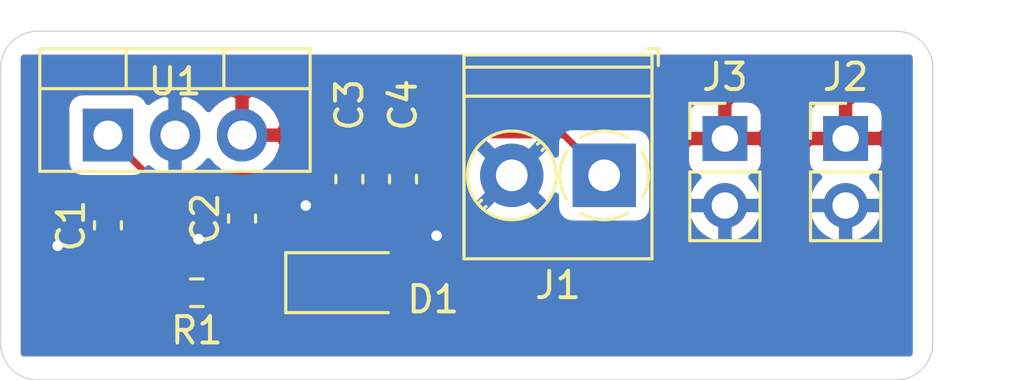
<source format=kicad_pcb>
(kicad_pcb (version 20171130) (host pcbnew "(5.1.8)-1")

  (general
    (thickness 1.6)
    (drawings 8)
    (tracks 24)
    (zones 0)
    (modules 10)
    (nets 5)
  )

  (page A4)
  (layers
    (0 F.Cu signal)
    (31 B.Cu signal)
    (32 B.Adhes user)
    (33 F.Adhes user)
    (34 B.Paste user)
    (35 F.Paste user)
    (36 B.SilkS user)
    (37 F.SilkS user)
    (38 B.Mask user)
    (39 F.Mask user)
    (40 Dwgs.User user)
    (41 Cmts.User user)
    (42 Eco1.User user)
    (43 Eco2.User user)
    (44 Edge.Cuts user)
    (45 Margin user)
    (46 B.CrtYd user)
    (47 F.CrtYd user)
    (48 B.Fab user)
    (49 F.Fab user)
  )

  (setup
    (last_trace_width 0.2)
    (user_trace_width 0.4)
    (trace_clearance 0.2)
    (zone_clearance 0.508)
    (zone_45_only no)
    (trace_min 0.2)
    (via_size 0.8)
    (via_drill 0.4)
    (via_min_size 0.45)
    (via_min_drill 0.2)
    (user_via 0.5 0.25)
    (uvia_size 0.3)
    (uvia_drill 0.1)
    (uvias_allowed no)
    (uvia_min_size 0.2)
    (uvia_min_drill 0.1)
    (edge_width 0.05)
    (segment_width 0.2)
    (pcb_text_width 0.3)
    (pcb_text_size 1.5 1.5)
    (mod_edge_width 0.12)
    (mod_text_size 1 1)
    (mod_text_width 0.15)
    (pad_size 1.524 1.524)
    (pad_drill 0.762)
    (pad_to_mask_clearance 0.05)
    (aux_axis_origin 0 0)
    (visible_elements 7FFFFFFF)
    (pcbplotparams
      (layerselection 0x010fc_ffffffff)
      (usegerberextensions false)
      (usegerberattributes true)
      (usegerberadvancedattributes true)
      (creategerberjobfile true)
      (excludeedgelayer true)
      (linewidth 0.100000)
      (plotframeref false)
      (viasonmask false)
      (mode 1)
      (useauxorigin false)
      (hpglpennumber 1)
      (hpglpenspeed 20)
      (hpglpendiameter 15.000000)
      (psnegative false)
      (psa4output false)
      (plotreference true)
      (plotvalue true)
      (plotinvisibletext false)
      (padsonsilk false)
      (subtractmaskfromsilk false)
      (outputformat 1)
      (mirror false)
      (drillshape 1)
      (scaleselection 1)
      (outputdirectory ""))
  )

  (net 0 "")
  (net 1 +12V)
  (net 2 GND)
  (net 3 +5V)
  (net 4 "Net-(D1-Pad1)")

  (net_class Default "This is the default net class."
    (clearance 0.2)
    (trace_width 0.2)
    (via_dia 0.8)
    (via_drill 0.4)
    (uvia_dia 0.3)
    (uvia_drill 0.1)
    (add_net +12V)
    (add_net +5V)
    (add_net GND)
    (add_net "Net-(D1-Pad1)")
  )

  (module Capacitor_SMD:C_0603_1608Metric (layer F.Cu) (tedit 5F68FEEE) (tstamp 60077408)
    (at 156.972 115.049 270)
    (descr "Capacitor SMD 0603 (1608 Metric), square (rectangular) end terminal, IPC_7351 nominal, (Body size source: IPC-SM-782 page 76, https://www.pcb-3d.com/wordpress/wp-content/uploads/ipc-sm-782a_amendment_1_and_2.pdf), generated with kicad-footprint-generator")
    (tags capacitor)
    (path /5FA4C83C)
    (attr smd)
    (fp_text reference C1 (at 0.013 1.397 90) (layer F.SilkS)
      (effects (font (size 1 1) (thickness 0.15)))
    )
    (fp_text value 0.33u (at 0 1.43 90) (layer F.Fab)
      (effects (font (size 1 1) (thickness 0.15)))
    )
    (fp_line (start -0.8 0.4) (end -0.8 -0.4) (layer F.Fab) (width 0.1))
    (fp_line (start -0.8 -0.4) (end 0.8 -0.4) (layer F.Fab) (width 0.1))
    (fp_line (start 0.8 -0.4) (end 0.8 0.4) (layer F.Fab) (width 0.1))
    (fp_line (start 0.8 0.4) (end -0.8 0.4) (layer F.Fab) (width 0.1))
    (fp_line (start -0.14058 -0.51) (end 0.14058 -0.51) (layer F.SilkS) (width 0.12))
    (fp_line (start -0.14058 0.51) (end 0.14058 0.51) (layer F.SilkS) (width 0.12))
    (fp_line (start -1.48 0.73) (end -1.48 -0.73) (layer F.CrtYd) (width 0.05))
    (fp_line (start -1.48 -0.73) (end 1.48 -0.73) (layer F.CrtYd) (width 0.05))
    (fp_line (start 1.48 -0.73) (end 1.48 0.73) (layer F.CrtYd) (width 0.05))
    (fp_line (start 1.48 0.73) (end -1.48 0.73) (layer F.CrtYd) (width 0.05))
    (fp_text user %R (at 0 0 90) (layer F.Fab)
      (effects (font (size 0.4 0.4) (thickness 0.06)))
    )
    (pad 1 smd roundrect (at -0.775 0 270) (size 0.9 0.95) (layers F.Cu F.Paste F.Mask) (roundrect_rratio 0.25)
      (net 1 +12V))
    (pad 2 smd roundrect (at 0.775 0 270) (size 0.9 0.95) (layers F.Cu F.Paste F.Mask) (roundrect_rratio 0.25)
      (net 2 GND))
    (model ${KISYS3DMOD}/Capacitor_SMD.3dshapes/C_0603_1608Metric.wrl
      (at (xyz 0 0 0))
      (scale (xyz 1 1 1))
      (rotate (xyz 0 0 0))
    )
  )

  (module Capacitor_SMD:C_0603_1608Metric (layer F.Cu) (tedit 5F68FEEE) (tstamp 60077419)
    (at 162.052 114.795 270)
    (descr "Capacitor SMD 0603 (1608 Metric), square (rectangular) end terminal, IPC_7351 nominal, (Body size source: IPC-SM-782 page 76, https://www.pcb-3d.com/wordpress/wp-content/uploads/ipc-sm-782a_amendment_1_and_2.pdf), generated with kicad-footprint-generator")
    (tags capacitor)
    (path /5FA4CCCF)
    (attr smd)
    (fp_text reference C2 (at 0 1.397 90) (layer F.SilkS)
      (effects (font (size 1 1) (thickness 0.15)))
    )
    (fp_text value 0.1u (at 0 1.43 90) (layer F.Fab)
      (effects (font (size 1 1) (thickness 0.15)))
    )
    (fp_line (start 1.48 0.73) (end -1.48 0.73) (layer F.CrtYd) (width 0.05))
    (fp_line (start 1.48 -0.73) (end 1.48 0.73) (layer F.CrtYd) (width 0.05))
    (fp_line (start -1.48 -0.73) (end 1.48 -0.73) (layer F.CrtYd) (width 0.05))
    (fp_line (start -1.48 0.73) (end -1.48 -0.73) (layer F.CrtYd) (width 0.05))
    (fp_line (start -0.14058 0.51) (end 0.14058 0.51) (layer F.SilkS) (width 0.12))
    (fp_line (start -0.14058 -0.51) (end 0.14058 -0.51) (layer F.SilkS) (width 0.12))
    (fp_line (start 0.8 0.4) (end -0.8 0.4) (layer F.Fab) (width 0.1))
    (fp_line (start 0.8 -0.4) (end 0.8 0.4) (layer F.Fab) (width 0.1))
    (fp_line (start -0.8 -0.4) (end 0.8 -0.4) (layer F.Fab) (width 0.1))
    (fp_line (start -0.8 0.4) (end -0.8 -0.4) (layer F.Fab) (width 0.1))
    (fp_text user %R (at 0 0 90) (layer F.Fab)
      (effects (font (size 0.4 0.4) (thickness 0.06)))
    )
    (pad 2 smd roundrect (at 0.775 0 270) (size 0.9 0.95) (layers F.Cu F.Paste F.Mask) (roundrect_rratio 0.25)
      (net 2 GND))
    (pad 1 smd roundrect (at -0.775 0 270) (size 0.9 0.95) (layers F.Cu F.Paste F.Mask) (roundrect_rratio 0.25)
      (net 3 +5V))
    (model ${KISYS3DMOD}/Capacitor_SMD.3dshapes/C_0603_1608Metric.wrl
      (at (xyz 0 0 0))
      (scale (xyz 1 1 1))
      (rotate (xyz 0 0 0))
    )
  )

  (module Capacitor_SMD:C_0603_1608Metric (layer F.Cu) (tedit 5F68FEEE) (tstamp 6007742A)
    (at 166.116 113.297 90)
    (descr "Capacitor SMD 0603 (1608 Metric), square (rectangular) end terminal, IPC_7351 nominal, (Body size source: IPC-SM-782 page 76, https://www.pcb-3d.com/wordpress/wp-content/uploads/ipc-sm-782a_amendment_1_and_2.pdf), generated with kicad-footprint-generator")
    (tags capacitor)
    (path /5FA67BE7)
    (attr smd)
    (fp_text reference C3 (at 2.807 0 90) (layer F.SilkS)
      (effects (font (size 1 1) (thickness 0.15)))
    )
    (fp_text value 0.1u (at 0 1.43 90) (layer F.Fab)
      (effects (font (size 1 1) (thickness 0.15)))
    )
    (fp_line (start -0.8 0.4) (end -0.8 -0.4) (layer F.Fab) (width 0.1))
    (fp_line (start -0.8 -0.4) (end 0.8 -0.4) (layer F.Fab) (width 0.1))
    (fp_line (start 0.8 -0.4) (end 0.8 0.4) (layer F.Fab) (width 0.1))
    (fp_line (start 0.8 0.4) (end -0.8 0.4) (layer F.Fab) (width 0.1))
    (fp_line (start -0.14058 -0.51) (end 0.14058 -0.51) (layer F.SilkS) (width 0.12))
    (fp_line (start -0.14058 0.51) (end 0.14058 0.51) (layer F.SilkS) (width 0.12))
    (fp_line (start -1.48 0.73) (end -1.48 -0.73) (layer F.CrtYd) (width 0.05))
    (fp_line (start -1.48 -0.73) (end 1.48 -0.73) (layer F.CrtYd) (width 0.05))
    (fp_line (start 1.48 -0.73) (end 1.48 0.73) (layer F.CrtYd) (width 0.05))
    (fp_line (start 1.48 0.73) (end -1.48 0.73) (layer F.CrtYd) (width 0.05))
    (fp_text user %R (at 0 0 90) (layer F.Fab)
      (effects (font (size 0.4 0.4) (thickness 0.06)))
    )
    (pad 1 smd roundrect (at -0.775 0 90) (size 0.9 0.95) (layers F.Cu F.Paste F.Mask) (roundrect_rratio 0.25)
      (net 3 +5V))
    (pad 2 smd roundrect (at 0.775 0 90) (size 0.9 0.95) (layers F.Cu F.Paste F.Mask) (roundrect_rratio 0.25)
      (net 2 GND))
    (model ${KISYS3DMOD}/Capacitor_SMD.3dshapes/C_0603_1608Metric.wrl
      (at (xyz 0 0 0))
      (scale (xyz 1 1 1))
      (rotate (xyz 0 0 0))
    )
  )

  (module Capacitor_SMD:C_0603_1608Metric (layer F.Cu) (tedit 5F68FEEE) (tstamp 6007743B)
    (at 168.148 113.297 90)
    (descr "Capacitor SMD 0603 (1608 Metric), square (rectangular) end terminal, IPC_7351 nominal, (Body size source: IPC-SM-782 page 76, https://www.pcb-3d.com/wordpress/wp-content/uploads/ipc-sm-782a_amendment_1_and_2.pdf), generated with kicad-footprint-generator")
    (tags capacitor)
    (path /5FA66D53)
    (attr smd)
    (fp_text reference C4 (at 2.807 0 90) (layer F.SilkS)
      (effects (font (size 1 1) (thickness 0.15)))
    )
    (fp_text value 0.1u (at 0 1.43 90) (layer F.Fab)
      (effects (font (size 1 1) (thickness 0.15)))
    )
    (fp_line (start 1.48 0.73) (end -1.48 0.73) (layer F.CrtYd) (width 0.05))
    (fp_line (start 1.48 -0.73) (end 1.48 0.73) (layer F.CrtYd) (width 0.05))
    (fp_line (start -1.48 -0.73) (end 1.48 -0.73) (layer F.CrtYd) (width 0.05))
    (fp_line (start -1.48 0.73) (end -1.48 -0.73) (layer F.CrtYd) (width 0.05))
    (fp_line (start -0.14058 0.51) (end 0.14058 0.51) (layer F.SilkS) (width 0.12))
    (fp_line (start -0.14058 -0.51) (end 0.14058 -0.51) (layer F.SilkS) (width 0.12))
    (fp_line (start 0.8 0.4) (end -0.8 0.4) (layer F.Fab) (width 0.1))
    (fp_line (start 0.8 -0.4) (end 0.8 0.4) (layer F.Fab) (width 0.1))
    (fp_line (start -0.8 -0.4) (end 0.8 -0.4) (layer F.Fab) (width 0.1))
    (fp_line (start -0.8 0.4) (end -0.8 -0.4) (layer F.Fab) (width 0.1))
    (fp_text user %R (at 0 0 90) (layer F.Fab)
      (effects (font (size 0.4 0.4) (thickness 0.06)))
    )
    (pad 2 smd roundrect (at 0.775 0 90) (size 0.9 0.95) (layers F.Cu F.Paste F.Mask) (roundrect_rratio 0.25)
      (net 2 GND))
    (pad 1 smd roundrect (at -0.775 0 90) (size 0.9 0.95) (layers F.Cu F.Paste F.Mask) (roundrect_rratio 0.25)
      (net 3 +5V))
    (model ${KISYS3DMOD}/Capacitor_SMD.3dshapes/C_0603_1608Metric.wrl
      (at (xyz 0 0 0))
      (scale (xyz 1 1 1))
      (rotate (xyz 0 0 0))
    )
  )

  (module LED_SMD:LED_1206_3216Metric (layer F.Cu) (tedit 5F68FEF1) (tstamp 6007744E)
    (at 165.992 117.221)
    (descr "LED SMD 1206 (3216 Metric), square (rectangular) end terminal, IPC_7351 nominal, (Body size source: http://www.tortai-tech.com/upload/download/2011102023233369053.pdf), generated with kicad-footprint-generator")
    (tags LED)
    (path /5FA9791C)
    (attr smd)
    (fp_text reference D1 (at 3.299 0.635) (layer F.SilkS)
      (effects (font (size 1 1) (thickness 0.15)))
    )
    (fp_text value LED (at 0 1.82) (layer F.Fab)
      (effects (font (size 1 1) (thickness 0.15)))
    )
    (fp_line (start 1.6 -0.8) (end -1.2 -0.8) (layer F.Fab) (width 0.1))
    (fp_line (start -1.2 -0.8) (end -1.6 -0.4) (layer F.Fab) (width 0.1))
    (fp_line (start -1.6 -0.4) (end -1.6 0.8) (layer F.Fab) (width 0.1))
    (fp_line (start -1.6 0.8) (end 1.6 0.8) (layer F.Fab) (width 0.1))
    (fp_line (start 1.6 0.8) (end 1.6 -0.8) (layer F.Fab) (width 0.1))
    (fp_line (start 1.6 -1.135) (end -2.285 -1.135) (layer F.SilkS) (width 0.12))
    (fp_line (start -2.285 -1.135) (end -2.285 1.135) (layer F.SilkS) (width 0.12))
    (fp_line (start -2.285 1.135) (end 1.6 1.135) (layer F.SilkS) (width 0.12))
    (fp_line (start -2.28 1.12) (end -2.28 -1.12) (layer F.CrtYd) (width 0.05))
    (fp_line (start -2.28 -1.12) (end 2.28 -1.12) (layer F.CrtYd) (width 0.05))
    (fp_line (start 2.28 -1.12) (end 2.28 1.12) (layer F.CrtYd) (width 0.05))
    (fp_line (start 2.28 1.12) (end -2.28 1.12) (layer F.CrtYd) (width 0.05))
    (fp_text user %R (at 0 0) (layer F.Fab)
      (effects (font (size 0.8 0.8) (thickness 0.12)))
    )
    (pad 1 smd roundrect (at -1.4 0) (size 1.25 1.75) (layers F.Cu F.Paste F.Mask) (roundrect_rratio 0.2)
      (net 4 "Net-(D1-Pad1)"))
    (pad 2 smd roundrect (at 1.4 0) (size 1.25 1.75) (layers F.Cu F.Paste F.Mask) (roundrect_rratio 0.2)
      (net 3 +5V))
    (model ${KISYS3DMOD}/LED_SMD.3dshapes/LED_1206_3216Metric.wrl
      (at (xyz 0 0 0))
      (scale (xyz 1 1 1))
      (rotate (xyz 0 0 0))
    )
  )

  (module TerminalBlock_Phoenix:TerminalBlock_Phoenix_PT-1,5-2-3.5-H_1x02_P3.50mm_Horizontal (layer F.Cu) (tedit 5B294F3F) (tstamp 60077478)
    (at 175.768 113.157 180)
    (descr "Terminal Block Phoenix PT-1,5-2-3.5-H, 2 pins, pitch 3.5mm, size 7x7.6mm^2, drill diamater 1.2mm, pad diameter 2.4mm, see , script-generated using https://github.com/pointhi/kicad-footprint-generator/scripts/TerminalBlock_Phoenix")
    (tags "THT Terminal Block Phoenix PT-1,5-2-3.5-H pitch 3.5mm size 7x7.6mm^2 drill 1.2mm pad 2.4mm")
    (path /5FA59775)
    (fp_text reference J1 (at 1.75 -4.16) (layer F.SilkS)
      (effects (font (size 1 1) (thickness 0.15)))
    )
    (fp_text value Screw_Terminal_01x02 (at 1.75 5.56) (layer F.Fab)
      (effects (font (size 1 1) (thickness 0.15)))
    )
    (fp_circle (center 0 0) (end 1.5 0) (layer F.Fab) (width 0.1))
    (fp_circle (center 3.5 0) (end 5 0) (layer F.Fab) (width 0.1))
    (fp_circle (center 3.5 0) (end 5.18 0) (layer F.SilkS) (width 0.12))
    (fp_line (start -1.75 -3.1) (end 5.25 -3.1) (layer F.Fab) (width 0.1))
    (fp_line (start 5.25 -3.1) (end 5.25 4.5) (layer F.Fab) (width 0.1))
    (fp_line (start 5.25 4.5) (end -1.35 4.5) (layer F.Fab) (width 0.1))
    (fp_line (start -1.35 4.5) (end -1.75 4.1) (layer F.Fab) (width 0.1))
    (fp_line (start -1.75 4.1) (end -1.75 -3.1) (layer F.Fab) (width 0.1))
    (fp_line (start -1.75 4.1) (end 5.25 4.1) (layer F.Fab) (width 0.1))
    (fp_line (start -1.81 4.1) (end 5.31 4.1) (layer F.SilkS) (width 0.12))
    (fp_line (start -1.75 3) (end 5.25 3) (layer F.Fab) (width 0.1))
    (fp_line (start -1.81 3) (end 5.31 3) (layer F.SilkS) (width 0.12))
    (fp_line (start -1.81 -3.16) (end 5.31 -3.16) (layer F.SilkS) (width 0.12))
    (fp_line (start -1.81 4.56) (end 5.31 4.56) (layer F.SilkS) (width 0.12))
    (fp_line (start -1.81 -3.16) (end -1.81 4.56) (layer F.SilkS) (width 0.12))
    (fp_line (start 5.31 -3.16) (end 5.31 4.56) (layer F.SilkS) (width 0.12))
    (fp_line (start 1.138 -0.955) (end -0.955 1.138) (layer F.Fab) (width 0.1))
    (fp_line (start 0.955 -1.138) (end -1.138 0.955) (layer F.Fab) (width 0.1))
    (fp_line (start 4.638 -0.955) (end 2.546 1.138) (layer F.Fab) (width 0.1))
    (fp_line (start 4.455 -1.138) (end 2.363 0.955) (layer F.Fab) (width 0.1))
    (fp_line (start 4.775 -1.069) (end 4.646 -0.941) (layer F.SilkS) (width 0.12))
    (fp_line (start 2.525 1.181) (end 2.431 1.274) (layer F.SilkS) (width 0.12))
    (fp_line (start 4.57 -1.275) (end 4.476 -1.181) (layer F.SilkS) (width 0.12))
    (fp_line (start 2.355 0.941) (end 2.226 1.069) (layer F.SilkS) (width 0.12))
    (fp_line (start -2.05 4.16) (end -2.05 4.8) (layer F.SilkS) (width 0.12))
    (fp_line (start -2.05 4.8) (end -1.65 4.8) (layer F.SilkS) (width 0.12))
    (fp_line (start -2.25 -3.6) (end -2.25 5) (layer F.CrtYd) (width 0.05))
    (fp_line (start -2.25 5) (end 5.75 5) (layer F.CrtYd) (width 0.05))
    (fp_line (start 5.75 5) (end 5.75 -3.6) (layer F.CrtYd) (width 0.05))
    (fp_line (start 5.75 -3.6) (end -2.25 -3.6) (layer F.CrtYd) (width 0.05))
    (fp_arc (start 0 0) (end 0 1.68) (angle -32) (layer F.SilkS) (width 0.12))
    (fp_arc (start 0 0) (end 1.425 0.891) (angle -64) (layer F.SilkS) (width 0.12))
    (fp_arc (start 0 0) (end 0.866 -1.44) (angle -63) (layer F.SilkS) (width 0.12))
    (fp_arc (start 0 0) (end -1.44 -0.866) (angle -63) (layer F.SilkS) (width 0.12))
    (fp_arc (start 0 0) (end -0.866 1.44) (angle -32) (layer F.SilkS) (width 0.12))
    (fp_text user %R (at 1.75 2.4 270) (layer F.Fab)
      (effects (font (size 1 1) (thickness 0.15)))
    )
    (pad 1 thru_hole rect (at 0 0 180) (size 2.4 2.4) (drill 1.2) (layers *.Cu *.Mask)
      (net 1 +12V))
    (pad 2 thru_hole circle (at 3.5 0 180) (size 2.4 2.4) (drill 1.2) (layers *.Cu *.Mask)
      (net 2 GND))
    (model ${KISYS3DMOD}/TerminalBlock_Phoenix.3dshapes/TerminalBlock_Phoenix_PT-1,5-2-3.5-H_1x02_P3.50mm_Horizontal.wrl
      (at (xyz 0 0 0))
      (scale (xyz 1 1 1))
      (rotate (xyz 0 0 0))
    )
  )

  (module Connector_PinHeader_2.54mm:PinHeader_1x02_P2.54mm_Vertical (layer F.Cu) (tedit 59FED5CC) (tstamp 6007748E)
    (at 184.912 111.76)
    (descr "Through hole straight pin header, 1x02, 2.54mm pitch, single row")
    (tags "Through hole pin header THT 1x02 2.54mm single row")
    (path /6003B2B1)
    (fp_text reference J2 (at 0 -2.33) (layer F.SilkS)
      (effects (font (size 1 1) (thickness 0.15)))
    )
    (fp_text value Conn_01x02_Male (at 0 4.87) (layer F.Fab)
      (effects (font (size 1 1) (thickness 0.15)))
    )
    (fp_line (start -0.635 -1.27) (end 1.27 -1.27) (layer F.Fab) (width 0.1))
    (fp_line (start 1.27 -1.27) (end 1.27 3.81) (layer F.Fab) (width 0.1))
    (fp_line (start 1.27 3.81) (end -1.27 3.81) (layer F.Fab) (width 0.1))
    (fp_line (start -1.27 3.81) (end -1.27 -0.635) (layer F.Fab) (width 0.1))
    (fp_line (start -1.27 -0.635) (end -0.635 -1.27) (layer F.Fab) (width 0.1))
    (fp_line (start -1.33 3.87) (end 1.33 3.87) (layer F.SilkS) (width 0.12))
    (fp_line (start -1.33 1.27) (end -1.33 3.87) (layer F.SilkS) (width 0.12))
    (fp_line (start 1.33 1.27) (end 1.33 3.87) (layer F.SilkS) (width 0.12))
    (fp_line (start -1.33 1.27) (end 1.33 1.27) (layer F.SilkS) (width 0.12))
    (fp_line (start -1.33 0) (end -1.33 -1.33) (layer F.SilkS) (width 0.12))
    (fp_line (start -1.33 -1.33) (end 0 -1.33) (layer F.SilkS) (width 0.12))
    (fp_line (start -1.8 -1.8) (end -1.8 4.35) (layer F.CrtYd) (width 0.05))
    (fp_line (start -1.8 4.35) (end 1.8 4.35) (layer F.CrtYd) (width 0.05))
    (fp_line (start 1.8 4.35) (end 1.8 -1.8) (layer F.CrtYd) (width 0.05))
    (fp_line (start 1.8 -1.8) (end -1.8 -1.8) (layer F.CrtYd) (width 0.05))
    (fp_text user %R (at 0 1.27 90) (layer F.Fab)
      (effects (font (size 1 1) (thickness 0.15)))
    )
    (pad 1 thru_hole rect (at 0 0) (size 1.7 1.7) (drill 1) (layers *.Cu *.Mask)
      (net 3 +5V))
    (pad 2 thru_hole oval (at 0 2.54) (size 1.7 1.7) (drill 1) (layers *.Cu *.Mask)
      (net 2 GND))
    (model ${KISYS3DMOD}/Connector_PinHeader_2.54mm.3dshapes/PinHeader_1x02_P2.54mm_Vertical.wrl
      (at (xyz 0 0 0))
      (scale (xyz 1 1 1))
      (rotate (xyz 0 0 0))
    )
  )

  (module Connector_PinHeader_2.54mm:PinHeader_1x02_P2.54mm_Vertical (layer F.Cu) (tedit 59FED5CC) (tstamp 600774A4)
    (at 180.34 111.76)
    (descr "Through hole straight pin header, 1x02, 2.54mm pitch, single row")
    (tags "Through hole pin header THT 1x02 2.54mm single row")
    (path /6009DAE9)
    (fp_text reference J3 (at 0 -2.33) (layer F.SilkS)
      (effects (font (size 1 1) (thickness 0.15)))
    )
    (fp_text value Conn_01x02_Male (at 0 4.87) (layer F.Fab)
      (effects (font (size 1 1) (thickness 0.15)))
    )
    (fp_line (start 1.8 -1.8) (end -1.8 -1.8) (layer F.CrtYd) (width 0.05))
    (fp_line (start 1.8 4.35) (end 1.8 -1.8) (layer F.CrtYd) (width 0.05))
    (fp_line (start -1.8 4.35) (end 1.8 4.35) (layer F.CrtYd) (width 0.05))
    (fp_line (start -1.8 -1.8) (end -1.8 4.35) (layer F.CrtYd) (width 0.05))
    (fp_line (start -1.33 -1.33) (end 0 -1.33) (layer F.SilkS) (width 0.12))
    (fp_line (start -1.33 0) (end -1.33 -1.33) (layer F.SilkS) (width 0.12))
    (fp_line (start -1.33 1.27) (end 1.33 1.27) (layer F.SilkS) (width 0.12))
    (fp_line (start 1.33 1.27) (end 1.33 3.87) (layer F.SilkS) (width 0.12))
    (fp_line (start -1.33 1.27) (end -1.33 3.87) (layer F.SilkS) (width 0.12))
    (fp_line (start -1.33 3.87) (end 1.33 3.87) (layer F.SilkS) (width 0.12))
    (fp_line (start -1.27 -0.635) (end -0.635 -1.27) (layer F.Fab) (width 0.1))
    (fp_line (start -1.27 3.81) (end -1.27 -0.635) (layer F.Fab) (width 0.1))
    (fp_line (start 1.27 3.81) (end -1.27 3.81) (layer F.Fab) (width 0.1))
    (fp_line (start 1.27 -1.27) (end 1.27 3.81) (layer F.Fab) (width 0.1))
    (fp_line (start -0.635 -1.27) (end 1.27 -1.27) (layer F.Fab) (width 0.1))
    (fp_text user %R (at 0 1.27 90) (layer F.Fab)
      (effects (font (size 1 1) (thickness 0.15)))
    )
    (pad 2 thru_hole oval (at 0 2.54) (size 1.7 1.7) (drill 1) (layers *.Cu *.Mask)
      (net 2 GND))
    (pad 1 thru_hole rect (at 0 0) (size 1.7 1.7) (drill 1) (layers *.Cu *.Mask)
      (net 3 +5V))
    (model ${KISYS3DMOD}/Connector_PinHeader_2.54mm.3dshapes/PinHeader_1x02_P2.54mm_Vertical.wrl
      (at (xyz 0 0 0))
      (scale (xyz 1 1 1))
      (rotate (xyz 0 0 0))
    )
  )

  (module Resistor_SMD:R_0603_1608Metric (layer F.Cu) (tedit 5F68FEEE) (tstamp 600774B5)
    (at 160.337 117.602 180)
    (descr "Resistor SMD 0603 (1608 Metric), square (rectangular) end terminal, IPC_7351 nominal, (Body size source: IPC-SM-782 page 72, https://www.pcb-3d.com/wordpress/wp-content/uploads/ipc-sm-782a_amendment_1_and_2.pdf), generated with kicad-footprint-generator")
    (tags resistor)
    (path /5FA9C003)
    (attr smd)
    (fp_text reference R1 (at 0 -1.43) (layer F.SilkS)
      (effects (font (size 1 1) (thickness 0.15)))
    )
    (fp_text value 510 (at 0 1.43) (layer F.Fab)
      (effects (font (size 1 1) (thickness 0.15)))
    )
    (fp_line (start -0.8 0.4125) (end -0.8 -0.4125) (layer F.Fab) (width 0.1))
    (fp_line (start -0.8 -0.4125) (end 0.8 -0.4125) (layer F.Fab) (width 0.1))
    (fp_line (start 0.8 -0.4125) (end 0.8 0.4125) (layer F.Fab) (width 0.1))
    (fp_line (start 0.8 0.4125) (end -0.8 0.4125) (layer F.Fab) (width 0.1))
    (fp_line (start -0.237258 -0.5225) (end 0.237258 -0.5225) (layer F.SilkS) (width 0.12))
    (fp_line (start -0.237258 0.5225) (end 0.237258 0.5225) (layer F.SilkS) (width 0.12))
    (fp_line (start -1.48 0.73) (end -1.48 -0.73) (layer F.CrtYd) (width 0.05))
    (fp_line (start -1.48 -0.73) (end 1.48 -0.73) (layer F.CrtYd) (width 0.05))
    (fp_line (start 1.48 -0.73) (end 1.48 0.73) (layer F.CrtYd) (width 0.05))
    (fp_line (start 1.48 0.73) (end -1.48 0.73) (layer F.CrtYd) (width 0.05))
    (fp_text user %R (at 0 0) (layer F.Fab)
      (effects (font (size 0.4 0.4) (thickness 0.06)))
    )
    (pad 1 smd roundrect (at -0.825 0 180) (size 0.8 0.95) (layers F.Cu F.Paste F.Mask) (roundrect_rratio 0.25)
      (net 4 "Net-(D1-Pad1)"))
    (pad 2 smd roundrect (at 0.825 0 180) (size 0.8 0.95) (layers F.Cu F.Paste F.Mask) (roundrect_rratio 0.25)
      (net 2 GND))
    (model ${KISYS3DMOD}/Resistor_SMD.3dshapes/R_0603_1608Metric.wrl
      (at (xyz 0 0 0))
      (scale (xyz 1 1 1))
      (rotate (xyz 0 0 0))
    )
  )

  (module Package_TO_SOT_THT:TO-220-3_Vertical (layer F.Cu) (tedit 5AC8BA0D) (tstamp 600774CF)
    (at 156.972 111.633)
    (descr "TO-220-3, Vertical, RM 2.54mm, see https://www.vishay.com/docs/66542/to-220-1.pdf")
    (tags "TO-220-3 Vertical RM 2.54mm")
    (path /5FA49C5E)
    (fp_text reference U1 (at 2.54 -2.032) (layer F.SilkS)
      (effects (font (size 1 1) (thickness 0.15)))
    )
    (fp_text value LM7805_TO220 (at 2.54 2.5) (layer F.Fab)
      (effects (font (size 1 1) (thickness 0.15)))
    )
    (fp_line (start -2.46 -3.15) (end -2.46 1.25) (layer F.Fab) (width 0.1))
    (fp_line (start -2.46 1.25) (end 7.54 1.25) (layer F.Fab) (width 0.1))
    (fp_line (start 7.54 1.25) (end 7.54 -3.15) (layer F.Fab) (width 0.1))
    (fp_line (start 7.54 -3.15) (end -2.46 -3.15) (layer F.Fab) (width 0.1))
    (fp_line (start -2.46 -1.88) (end 7.54 -1.88) (layer F.Fab) (width 0.1))
    (fp_line (start 0.69 -3.15) (end 0.69 -1.88) (layer F.Fab) (width 0.1))
    (fp_line (start 4.39 -3.15) (end 4.39 -1.88) (layer F.Fab) (width 0.1))
    (fp_line (start -2.58 -3.27) (end 7.66 -3.27) (layer F.SilkS) (width 0.12))
    (fp_line (start -2.58 1.371) (end 7.66 1.371) (layer F.SilkS) (width 0.12))
    (fp_line (start -2.58 -3.27) (end -2.58 1.371) (layer F.SilkS) (width 0.12))
    (fp_line (start 7.66 -3.27) (end 7.66 1.371) (layer F.SilkS) (width 0.12))
    (fp_line (start -2.58 -1.76) (end 7.66 -1.76) (layer F.SilkS) (width 0.12))
    (fp_line (start 0.69 -3.27) (end 0.69 -1.76) (layer F.SilkS) (width 0.12))
    (fp_line (start 4.391 -3.27) (end 4.391 -1.76) (layer F.SilkS) (width 0.12))
    (fp_line (start -2.71 -3.4) (end -2.71 1.51) (layer F.CrtYd) (width 0.05))
    (fp_line (start -2.71 1.51) (end 7.79 1.51) (layer F.CrtYd) (width 0.05))
    (fp_line (start 7.79 1.51) (end 7.79 -3.4) (layer F.CrtYd) (width 0.05))
    (fp_line (start 7.79 -3.4) (end -2.71 -3.4) (layer F.CrtYd) (width 0.05))
    (fp_text user %R (at 2.54 -4.27) (layer F.Fab)
      (effects (font (size 1 1) (thickness 0.15)))
    )
    (pad 1 thru_hole rect (at 0 0) (size 1.905 2) (drill 1.1) (layers *.Cu *.Mask)
      (net 1 +12V))
    (pad 2 thru_hole oval (at 2.54 0) (size 1.905 2) (drill 1.1) (layers *.Cu *.Mask)
      (net 2 GND))
    (pad 3 thru_hole oval (at 5.08 0) (size 1.905 2) (drill 1.1) (layers *.Cu *.Mask)
      (net 3 +5V))
    (model ${KISYS3DMOD}/Package_TO_SOT_THT.3dshapes/TO-220-3_Vertical.wrl
      (at (xyz 0 0 0))
      (scale (xyz 1 1 1))
      (rotate (xyz 0 0 0))
    )
  )

  (gr_line (start 152.908 119.507) (end 152.908 109.093) (layer Edge.Cuts) (width 0.05) (tstamp 600780F8))
  (gr_line (start 186.817 120.904) (end 154.305 120.904) (layer Edge.Cuts) (width 0.05) (tstamp 600780F7))
  (gr_line (start 188.214 109.093) (end 188.214 119.507) (layer Edge.Cuts) (width 0.05) (tstamp 600780F6))
  (gr_line (start 154.305 107.696) (end 186.817 107.696) (layer Edge.Cuts) (width 0.05) (tstamp 600780F5))
  (gr_arc (start 154.305 109.093) (end 154.305 107.696) (angle -90) (layer Edge.Cuts) (width 0.05) (tstamp 600780ED))
  (gr_arc (start 154.305 119.507) (end 152.908 119.507) (angle -90) (layer Edge.Cuts) (width 0.05) (tstamp 600780E8))
  (gr_arc (start 186.817 119.507) (end 186.817 120.904) (angle -90) (layer Edge.Cuts) (width 0.05) (tstamp 600780E3))
  (gr_arc (start 186.817 109.093) (end 188.214 109.093) (angle -90) (layer Edge.Cuts) (width 0.05) (tstamp 600780DC))

  (segment (start 158.496 113.157) (end 156.972 111.633) (width 0.25) (layer F.Cu) (net 1))
  (segment (start 164.228166 113.157) (end 158.496 113.157) (width 0.25) (layer F.Cu) (net 1))
  (segment (start 165.753167 111.631999) (end 164.228166 113.157) (width 0.25) (layer F.Cu) (net 1))
  (segment (start 174.242999 111.631999) (end 165.753167 111.631999) (width 0.25) (layer F.Cu) (net 1))
  (segment (start 175.768 113.157) (end 174.242999 111.631999) (width 0.25) (layer F.Cu) (net 1))
  (via (at 169.418 115.443) (size 0.8) (drill 0.4) (layers F.Cu B.Cu) (net 2))
  (via (at 164.465 114.3) (size 0.8) (drill 0.4) (layers F.Cu B.Cu) (net 2))
  (via (at 160.401 115.57) (size 0.8) (drill 0.4) (layers F.Cu B.Cu) (net 2))
  (via (at 155.067 115.824) (size 0.8) (drill 0.4) (layers F.Cu B.Cu) (net 2))
  (segment (start 164.465 114.173) (end 166.116 112.522) (width 0.25) (layer F.Cu) (net 2))
  (segment (start 164.465 114.3) (end 164.465 114.173) (width 0.25) (layer F.Cu) (net 2))
  (segment (start 169.418 114.089166) (end 169.418 115.443) (width 0.25) (layer F.Cu) (net 2))
  (segment (start 168.148 112.819166) (end 169.418 114.089166) (width 0.25) (layer F.Cu) (net 2))
  (segment (start 168.148 112.522) (end 168.148 112.819166) (width 0.25) (layer F.Cu) (net 2))
  (segment (start 162.052 115.57) (end 160.401 115.57) (width 0.25) (layer F.Cu) (net 2))
  (segment (start 159.512 116.459) (end 160.401 115.57) (width 0.25) (layer F.Cu) (net 2))
  (segment (start 159.512 117.602) (end 159.512 116.459) (width 0.25) (layer F.Cu) (net 2))
  (segment (start 158.75 117.602) (end 156.972 115.824) (width 0.25) (layer F.Cu) (net 2))
  (segment (start 159.512 117.602) (end 158.75 117.602) (width 0.25) (layer F.Cu) (net 2))
  (segment (start 155.067 115.824) (end 156.972 115.824) (width 0.25) (layer F.Cu) (net 2))
  (segment (start 160.147 115.824) (end 160.401 115.57) (width 0.25) (layer F.Cu) (net 2))
  (segment (start 156.972 115.824) (end 160.147 115.824) (width 0.25) (layer F.Cu) (net 2))
  (segment (start 161.543 117.221) (end 161.162 117.602) (width 0.25) (layer F.Cu) (net 4))
  (segment (start 164.592 117.221) (end 161.543 117.221) (width 0.25) (layer F.Cu) (net 4))

  (zone (net 3) (net_name +5V) (layer F.Cu) (tstamp 0) (hatch edge 0.508)
    (connect_pads (clearance 0.508))
    (min_thickness 0.254)
    (fill yes (arc_segments 32) (thermal_gap 0.508) (thermal_bridge_width 0.508))
    (polygon
      (pts
        (xy 187.452 120.015) (xy 153.67 120.015) (xy 153.67 108.585) (xy 187.452 108.585)
      )
    )
    (filled_polygon
      (pts
        (xy 187.325 119.888) (xy 153.797 119.888) (xy 153.797 115.722061) (xy 154.032 115.722061) (xy 154.032 115.925939)
        (xy 154.071774 116.125898) (xy 154.149795 116.314256) (xy 154.263063 116.483774) (xy 154.407226 116.627937) (xy 154.576744 116.741205)
        (xy 154.765102 116.819226) (xy 154.965061 116.859) (xy 155.168939 116.859) (xy 155.368898 116.819226) (xy 155.557256 116.741205)
        (xy 155.726774 116.627937) (xy 155.770711 116.584) (xy 156.049932 116.584) (xy 156.111716 116.659284) (xy 156.242503 116.766618)
        (xy 156.391717 116.846375) (xy 156.553623 116.895488) (xy 156.722 116.912072) (xy 156.985271 116.912072) (xy 158.186201 118.113003)
        (xy 158.209999 118.142001) (xy 158.325724 118.236974) (xy 158.457753 118.307546) (xy 158.601014 118.351003) (xy 158.623909 118.353258)
        (xy 158.719394 118.469606) (xy 158.846392 118.573831) (xy 158.991284 118.651278) (xy 159.1485 118.698969) (xy 159.312 118.715072)
        (xy 159.712 118.715072) (xy 159.8755 118.698969) (xy 160.032716 118.651278) (xy 160.177608 118.573831) (xy 160.304606 118.469606)
        (xy 160.337 118.430134) (xy 160.369394 118.469606) (xy 160.496392 118.573831) (xy 160.641284 118.651278) (xy 160.7985 118.698969)
        (xy 160.962 118.715072) (xy 161.362 118.715072) (xy 161.5255 118.698969) (xy 161.682716 118.651278) (xy 161.827608 118.573831)
        (xy 161.954606 118.469606) (xy 162.058831 118.342608) (xy 162.136278 118.197716) (xy 162.183969 118.0405) (xy 162.189829 117.981)
        (xy 163.342224 117.981) (xy 163.345992 118.019254) (xy 163.396528 118.18585) (xy 163.478595 118.339386) (xy 163.589038 118.473962)
        (xy 163.723614 118.584405) (xy 163.87715 118.666472) (xy 164.043746 118.717008) (xy 164.217 118.734072) (xy 164.967 118.734072)
        (xy 165.140254 118.717008) (xy 165.30685 118.666472) (xy 165.460386 118.584405) (xy 165.594962 118.473962) (xy 165.705405 118.339386)
        (xy 165.787472 118.18585) (xy 165.814727 118.096) (xy 166.128928 118.096) (xy 166.141188 118.220482) (xy 166.177498 118.34018)
        (xy 166.236463 118.450494) (xy 166.315815 118.547185) (xy 166.412506 118.626537) (xy 166.52282 118.685502) (xy 166.642518 118.721812)
        (xy 166.767 118.734072) (xy 167.10625 118.731) (xy 167.265 118.57225) (xy 167.265 117.348) (xy 167.519 117.348)
        (xy 167.519 118.57225) (xy 167.67775 118.731) (xy 168.017 118.734072) (xy 168.141482 118.721812) (xy 168.26118 118.685502)
        (xy 168.371494 118.626537) (xy 168.468185 118.547185) (xy 168.547537 118.450494) (xy 168.606502 118.34018) (xy 168.642812 118.220482)
        (xy 168.655072 118.096) (xy 168.652 117.50675) (xy 168.49325 117.348) (xy 167.519 117.348) (xy 167.265 117.348)
        (xy 166.29075 117.348) (xy 166.132 117.50675) (xy 166.128928 118.096) (xy 165.814727 118.096) (xy 165.838008 118.019254)
        (xy 165.855072 117.846) (xy 165.855072 116.596) (xy 165.838008 116.422746) (xy 165.814728 116.346) (xy 166.128928 116.346)
        (xy 166.132 116.93525) (xy 166.29075 117.094) (xy 167.265 117.094) (xy 167.265 115.86975) (xy 167.10625 115.711)
        (xy 166.767 115.707928) (xy 166.642518 115.720188) (xy 166.52282 115.756498) (xy 166.412506 115.815463) (xy 166.315815 115.894815)
        (xy 166.236463 115.991506) (xy 166.177498 116.10182) (xy 166.141188 116.221518) (xy 166.128928 116.346) (xy 165.814728 116.346)
        (xy 165.787472 116.25615) (xy 165.705405 116.102614) (xy 165.594962 115.968038) (xy 165.460386 115.857595) (xy 165.30685 115.775528)
        (xy 165.140254 115.724992) (xy 164.967 115.707928) (xy 164.217 115.707928) (xy 164.043746 115.724992) (xy 163.87715 115.775528)
        (xy 163.723614 115.857595) (xy 163.589038 115.968038) (xy 163.478595 116.102614) (xy 163.396528 116.25615) (xy 163.345992 116.422746)
        (xy 163.342224 116.461) (xy 162.844394 116.461) (xy 162.912284 116.405284) (xy 163.019618 116.274497) (xy 163.099375 116.125283)
        (xy 163.148488 115.963377) (xy 163.165072 115.795) (xy 163.165072 115.345) (xy 163.148488 115.176623) (xy 163.099375 115.014717)
        (xy 163.0213 114.868649) (xy 163.057537 114.824494) (xy 163.116502 114.71418) (xy 163.152812 114.594482) (xy 163.165072 114.47)
        (xy 163.162 114.30575) (xy 163.00325 114.147) (xy 162.179 114.147) (xy 162.179 114.167) (xy 161.925 114.167)
        (xy 161.925 114.147) (xy 161.10075 114.147) (xy 160.942 114.30575) (xy 160.938928 114.47) (xy 160.951188 114.594482)
        (xy 160.987498 114.71418) (xy 160.989927 114.718725) (xy 160.891256 114.652795) (xy 160.702898 114.574774) (xy 160.502939 114.535)
        (xy 160.299061 114.535) (xy 160.099102 114.574774) (xy 159.910744 114.652795) (xy 159.741226 114.766063) (xy 159.597063 114.910226)
        (xy 159.494315 115.064) (xy 157.894068 115.064) (xy 157.881758 115.049) (xy 157.939618 114.978497) (xy 158.019375 114.829283)
        (xy 158.068488 114.667377) (xy 158.085072 114.499) (xy 158.085072 114.049) (xy 158.068488 113.880623) (xy 158.031611 113.759054)
        (xy 158.055685 113.778811) (xy 158.071724 113.791974) (xy 158.203753 113.862546) (xy 158.347014 113.906003) (xy 158.458667 113.917)
        (xy 158.458676 113.917) (xy 158.495999 113.920676) (xy 158.533322 113.917) (xy 163.503368 113.917) (xy 163.469774 113.998102)
        (xy 163.43 114.198061) (xy 163.43 114.401939) (xy 163.469774 114.601898) (xy 163.547795 114.790256) (xy 163.661063 114.959774)
        (xy 163.805226 115.103937) (xy 163.974744 115.217205) (xy 164.163102 115.295226) (xy 164.363061 115.335) (xy 164.566939 115.335)
        (xy 164.766898 115.295226) (xy 164.955256 115.217205) (xy 165.124774 115.103937) (xy 165.225907 115.002804) (xy 165.286506 115.052537)
        (xy 165.39682 115.111502) (xy 165.516518 115.147812) (xy 165.641 115.160072) (xy 165.83025 115.157) (xy 165.989 114.99825)
        (xy 165.989 114.199) (xy 166.243 114.199) (xy 166.243 114.99825) (xy 166.40175 115.157) (xy 166.591 115.160072)
        (xy 166.715482 115.147812) (xy 166.83518 115.111502) (xy 166.945494 115.052537) (xy 167.042185 114.973185) (xy 167.121537 114.876494)
        (xy 167.132 114.856919) (xy 167.142463 114.876494) (xy 167.221815 114.973185) (xy 167.318506 115.052537) (xy 167.42882 115.111502)
        (xy 167.548518 115.147812) (xy 167.673 115.160072) (xy 167.86225 115.157) (xy 168.021 114.99825) (xy 168.021 114.199)
        (xy 167.19675 114.199) (xy 167.132 114.26375) (xy 167.06725 114.199) (xy 166.243 114.199) (xy 165.989 114.199)
        (xy 165.969 114.199) (xy 165.969 113.945) (xy 165.989 113.945) (xy 165.989 113.925) (xy 166.243 113.925)
        (xy 166.243 113.945) (xy 167.06725 113.945) (xy 167.132 113.88025) (xy 167.19675 113.945) (xy 168.021 113.945)
        (xy 168.021 113.925) (xy 168.179033 113.925) (xy 168.295 114.040968) (xy 168.295 114.199) (xy 168.275 114.199)
        (xy 168.275 114.99825) (xy 168.421957 115.145207) (xy 168.383 115.341061) (xy 168.383 115.544939) (xy 168.422774 115.744898)
        (xy 168.500795 115.933256) (xy 168.50545 115.940223) (xy 168.468185 115.894815) (xy 168.371494 115.815463) (xy 168.26118 115.756498)
        (xy 168.141482 115.720188) (xy 168.017 115.707928) (xy 167.67775 115.711) (xy 167.519 115.86975) (xy 167.519 117.094)
        (xy 168.49325 117.094) (xy 168.652 116.93525) (xy 168.655072 116.346) (xy 168.642812 116.221518) (xy 168.606502 116.10182)
        (xy 168.578813 116.050019) (xy 168.614063 116.102774) (xy 168.758226 116.246937) (xy 168.927744 116.360205) (xy 169.116102 116.438226)
        (xy 169.316061 116.478) (xy 169.519939 116.478) (xy 169.719898 116.438226) (xy 169.908256 116.360205) (xy 170.077774 116.246937)
        (xy 170.221937 116.102774) (xy 170.335205 115.933256) (xy 170.413226 115.744898) (xy 170.453 115.544939) (xy 170.453 115.341061)
        (xy 170.413226 115.141102) (xy 170.335205 114.952744) (xy 170.221937 114.783226) (xy 170.178 114.739289) (xy 170.178 114.126488)
        (xy 170.181676 114.089165) (xy 170.178 114.051842) (xy 170.178 114.051833) (xy 170.167003 113.94018) (xy 170.123546 113.796919)
        (xy 170.052974 113.66489) (xy 169.958001 113.549165) (xy 169.929004 113.525368) (xy 169.25117 112.847535) (xy 169.261072 112.747)
        (xy 169.261072 112.391999) (xy 170.598684 112.391999) (xy 170.503518 112.62175) (xy 170.433 112.976268) (xy 170.433 113.337732)
        (xy 170.503518 113.69225) (xy 170.641844 114.026199) (xy 170.842662 114.326744) (xy 171.098256 114.582338) (xy 171.398801 114.783156)
        (xy 171.73275 114.921482) (xy 172.087268 114.992) (xy 172.448732 114.992) (xy 172.80325 114.921482) (xy 173.137199 114.783156)
        (xy 173.437744 114.582338) (xy 173.693338 114.326744) (xy 173.894156 114.026199) (xy 173.929928 113.939838) (xy 173.929928 114.357)
        (xy 173.942188 114.481482) (xy 173.978498 114.60118) (xy 174.037463 114.711494) (xy 174.116815 114.808185) (xy 174.213506 114.887537)
        (xy 174.32382 114.946502) (xy 174.443518 114.982812) (xy 174.568 114.995072) (xy 176.968 114.995072) (xy 177.092482 114.982812)
        (xy 177.21218 114.946502) (xy 177.322494 114.887537) (xy 177.419185 114.808185) (xy 177.498537 114.711494) (xy 177.557502 114.60118)
        (xy 177.593812 114.481482) (xy 177.606072 114.357) (xy 177.606072 112.61) (xy 178.851928 112.61) (xy 178.864188 112.734482)
        (xy 178.900498 112.85418) (xy 178.959463 112.964494) (xy 179.038815 113.061185) (xy 179.135506 113.140537) (xy 179.24582 113.199502)
        (xy 179.31838 113.221513) (xy 179.186525 113.353368) (xy 179.02401 113.596589) (xy 178.912068 113.866842) (xy 178.855 114.15374)
        (xy 178.855 114.44626) (xy 178.912068 114.733158) (xy 179.02401 115.003411) (xy 179.186525 115.246632) (xy 179.393368 115.453475)
        (xy 179.636589 115.61599) (xy 179.906842 115.727932) (xy 180.19374 115.785) (xy 180.48626 115.785) (xy 180.773158 115.727932)
        (xy 181.043411 115.61599) (xy 181.286632 115.453475) (xy 181.493475 115.246632) (xy 181.65599 115.003411) (xy 181.767932 114.733158)
        (xy 181.825 114.44626) (xy 181.825 114.15374) (xy 181.767932 113.866842) (xy 181.65599 113.596589) (xy 181.493475 113.353368)
        (xy 181.36162 113.221513) (xy 181.43418 113.199502) (xy 181.544494 113.140537) (xy 181.641185 113.061185) (xy 181.720537 112.964494)
        (xy 181.779502 112.85418) (xy 181.815812 112.734482) (xy 181.828072 112.61) (xy 183.423928 112.61) (xy 183.436188 112.734482)
        (xy 183.472498 112.85418) (xy 183.531463 112.964494) (xy 183.610815 113.061185) (xy 183.707506 113.140537) (xy 183.81782 113.199502)
        (xy 183.89038 113.221513) (xy 183.758525 113.353368) (xy 183.59601 113.596589) (xy 183.484068 113.866842) (xy 183.427 114.15374)
        (xy 183.427 114.44626) (xy 183.484068 114.733158) (xy 183.59601 115.003411) (xy 183.758525 115.246632) (xy 183.965368 115.453475)
        (xy 184.208589 115.61599) (xy 184.478842 115.727932) (xy 184.76574 115.785) (xy 185.05826 115.785) (xy 185.345158 115.727932)
        (xy 185.615411 115.61599) (xy 185.858632 115.453475) (xy 186.065475 115.246632) (xy 186.22799 115.003411) (xy 186.339932 114.733158)
        (xy 186.397 114.44626) (xy 186.397 114.15374) (xy 186.339932 113.866842) (xy 186.22799 113.596589) (xy 186.065475 113.353368)
        (xy 185.93362 113.221513) (xy 186.00618 113.199502) (xy 186.116494 113.140537) (xy 186.213185 113.061185) (xy 186.292537 112.964494)
        (xy 186.351502 112.85418) (xy 186.387812 112.734482) (xy 186.400072 112.61) (xy 186.397 112.04575) (xy 186.23825 111.887)
        (xy 185.039 111.887) (xy 185.039 111.907) (xy 184.785 111.907) (xy 184.785 111.887) (xy 183.58575 111.887)
        (xy 183.427 112.04575) (xy 183.423928 112.61) (xy 181.828072 112.61) (xy 181.825 112.04575) (xy 181.66625 111.887)
        (xy 180.467 111.887) (xy 180.467 111.907) (xy 180.213 111.907) (xy 180.213 111.887) (xy 179.01375 111.887)
        (xy 178.855 112.04575) (xy 178.851928 112.61) (xy 177.606072 112.61) (xy 177.606072 111.957) (xy 177.593812 111.832518)
        (xy 177.557502 111.71282) (xy 177.498537 111.602506) (xy 177.419185 111.505815) (xy 177.322494 111.426463) (xy 177.21218 111.367498)
        (xy 177.092482 111.331188) (xy 176.968 111.318928) (xy 175.004729 111.318928) (xy 174.806803 111.121002) (xy 174.783 111.091998)
        (xy 174.667275 110.997025) (xy 174.535246 110.926453) (xy 174.481007 110.91) (xy 178.851928 110.91) (xy 178.855 111.47425)
        (xy 179.01375 111.633) (xy 180.213 111.633) (xy 180.213 110.43375) (xy 180.467 110.43375) (xy 180.467 111.633)
        (xy 181.66625 111.633) (xy 181.825 111.47425) (xy 181.828072 110.91) (xy 183.423928 110.91) (xy 183.427 111.47425)
        (xy 183.58575 111.633) (xy 184.785 111.633) (xy 184.785 110.43375) (xy 185.039 110.43375) (xy 185.039 111.633)
        (xy 186.23825 111.633) (xy 186.397 111.47425) (xy 186.400072 110.91) (xy 186.387812 110.785518) (xy 186.351502 110.66582)
        (xy 186.292537 110.555506) (xy 186.213185 110.458815) (xy 186.116494 110.379463) (xy 186.00618 110.320498) (xy 185.886482 110.284188)
        (xy 185.762 110.271928) (xy 185.19775 110.275) (xy 185.039 110.43375) (xy 184.785 110.43375) (xy 184.62625 110.275)
        (xy 184.062 110.271928) (xy 183.937518 110.284188) (xy 183.81782 110.320498) (xy 183.707506 110.379463) (xy 183.610815 110.458815)
        (xy 183.531463 110.555506) (xy 183.472498 110.66582) (xy 183.436188 110.785518) (xy 183.423928 110.91) (xy 181.828072 110.91)
        (xy 181.815812 110.785518) (xy 181.779502 110.66582) (xy 181.720537 110.555506) (xy 181.641185 110.458815) (xy 181.544494 110.379463)
        (xy 181.43418 110.320498) (xy 181.314482 110.284188) (xy 181.19 110.271928) (xy 180.62575 110.275) (xy 180.467 110.43375)
        (xy 180.213 110.43375) (xy 180.05425 110.275) (xy 179.49 110.271928) (xy 179.365518 110.284188) (xy 179.24582 110.320498)
        (xy 179.135506 110.379463) (xy 179.038815 110.458815) (xy 178.959463 110.555506) (xy 178.900498 110.66582) (xy 178.864188 110.785518)
        (xy 178.851928 110.91) (xy 174.481007 110.91) (xy 174.391985 110.882996) (xy 174.280332 110.871999) (xy 174.280321 110.871999)
        (xy 174.242999 110.868323) (xy 174.205677 110.871999) (xy 165.790489 110.871999) (xy 165.753166 110.868323) (xy 165.715843 110.871999)
        (xy 165.715834 110.871999) (xy 165.604181 110.882996) (xy 165.46092 110.926453) (xy 165.32889 110.997025) (xy 165.24525 111.065667)
        (xy 165.213166 111.091998) (xy 165.189368 111.120996) (xy 163.913365 112.397) (xy 163.459558 112.397) (xy 163.510879 112.303446)
        (xy 163.604378 112.006863) (xy 163.47757 111.76) (xy 162.179 111.76) (xy 162.179 111.78) (xy 161.925 111.78)
        (xy 161.925 111.76) (xy 161.905 111.76) (xy 161.905 111.506) (xy 161.925 111.506) (xy 161.925 110.162406)
        (xy 162.179 110.162406) (xy 162.179 111.506) (xy 163.47757 111.506) (xy 163.604378 111.259137) (xy 163.510879 110.962554)
        (xy 163.361316 110.689911) (xy 163.161437 110.451685) (xy 162.918923 110.257031) (xy 162.643094 110.113429) (xy 162.42498 110.042437)
        (xy 162.179 110.162406) (xy 161.925 110.162406) (xy 161.67902 110.042437) (xy 161.460906 110.113429) (xy 161.185077 110.257031)
        (xy 160.942563 110.451685) (xy 160.787163 110.636899) (xy 160.639963 110.457537) (xy 160.398234 110.259155) (xy 160.122448 110.111745)
        (xy 159.823203 110.02097) (xy 159.512 109.990319) (xy 159.200796 110.02097) (xy 158.901551 110.111745) (xy 158.625765 110.259155)
        (xy 158.499905 110.362446) (xy 158.455037 110.278506) (xy 158.375685 110.181815) (xy 158.278994 110.102463) (xy 158.16868 110.043498)
        (xy 158.048982 110.007188) (xy 157.9245 109.994928) (xy 156.0195 109.994928) (xy 155.895018 110.007188) (xy 155.77532 110.043498)
        (xy 155.665006 110.102463) (xy 155.568315 110.181815) (xy 155.488963 110.278506) (xy 155.429998 110.38882) (xy 155.393688 110.508518)
        (xy 155.381428 110.633) (xy 155.381428 112.633) (xy 155.393688 112.757482) (xy 155.429998 112.87718) (xy 155.488963 112.987494)
        (xy 155.568315 113.084185) (xy 155.665006 113.163537) (xy 155.77532 113.222502) (xy 155.895018 113.258812) (xy 156.0195 113.271072)
        (xy 156.355334 113.271072) (xy 156.242503 113.331382) (xy 156.111716 113.438716) (xy 156.004382 113.569503) (xy 155.924625 113.718717)
        (xy 155.875512 113.880623) (xy 155.858928 114.049) (xy 155.858928 114.499) (xy 155.875512 114.667377) (xy 155.924625 114.829283)
        (xy 156.004382 114.978497) (xy 156.062242 115.049) (xy 156.049932 115.064) (xy 155.770711 115.064) (xy 155.726774 115.020063)
        (xy 155.557256 114.906795) (xy 155.368898 114.828774) (xy 155.168939 114.789) (xy 154.965061 114.789) (xy 154.765102 114.828774)
        (xy 154.576744 114.906795) (xy 154.407226 115.020063) (xy 154.263063 115.164226) (xy 154.149795 115.333744) (xy 154.071774 115.522102)
        (xy 154.032 115.722061) (xy 153.797 115.722061) (xy 153.797 108.712) (xy 187.325 108.712)
      )
    )
  )
  (zone (net 2) (net_name GND) (layer B.Cu) (tstamp 0) (hatch edge 0.508)
    (connect_pads (clearance 0.508))
    (min_thickness 0.254)
    (fill yes (arc_segments 32) (thermal_gap 0.508) (thermal_bridge_width 0.508))
    (polygon
      (pts
        (xy 187.452 120.015) (xy 153.67 120.015) (xy 153.67 108.585) (xy 187.452 108.585)
      )
    )
    (filled_polygon
      (pts
        (xy 187.325 119.888) (xy 153.797 119.888) (xy 153.797 114.43498) (xy 171.169626 114.43498) (xy 171.289514 114.719836)
        (xy 171.61321 114.880699) (xy 171.962069 114.975322) (xy 172.322684 115.000067) (xy 172.681198 114.953985) (xy 173.023833 114.838846)
        (xy 173.246486 114.719836) (xy 173.366374 114.43498) (xy 172.268 113.336605) (xy 171.169626 114.43498) (xy 153.797 114.43498)
        (xy 153.797 110.633) (xy 155.381428 110.633) (xy 155.381428 112.633) (xy 155.393688 112.757482) (xy 155.429998 112.87718)
        (xy 155.488963 112.987494) (xy 155.568315 113.084185) (xy 155.665006 113.163537) (xy 155.77532 113.222502) (xy 155.895018 113.258812)
        (xy 156.0195 113.271072) (xy 157.9245 113.271072) (xy 158.048982 113.258812) (xy 158.16868 113.222502) (xy 158.278994 113.163537)
        (xy 158.375685 113.084185) (xy 158.455037 112.987494) (xy 158.504059 112.895781) (xy 158.645077 113.008969) (xy 158.920906 113.152571)
        (xy 159.13902 113.223563) (xy 159.385 113.103594) (xy 159.385 111.76) (xy 159.365 111.76) (xy 159.365 111.506)
        (xy 159.385 111.506) (xy 159.385 110.162406) (xy 159.639 110.162406) (xy 159.639 111.506) (xy 159.659 111.506)
        (xy 159.659 111.76) (xy 159.639 111.76) (xy 159.639 113.103594) (xy 159.88498 113.223563) (xy 160.103094 113.152571)
        (xy 160.378923 113.008969) (xy 160.621437 112.814315) (xy 160.776837 112.629101) (xy 160.924037 112.808463) (xy 161.165766 113.006845)
        (xy 161.441552 113.154255) (xy 161.740797 113.24503) (xy 162.052 113.275681) (xy 162.363204 113.24503) (xy 162.473131 113.211684)
        (xy 170.424933 113.211684) (xy 170.471015 113.570198) (xy 170.586154 113.912833) (xy 170.705164 114.135486) (xy 170.99002 114.255374)
        (xy 172.088395 113.157) (xy 172.447605 113.157) (xy 173.54598 114.255374) (xy 173.830836 114.135486) (xy 173.929928 113.936088)
        (xy 173.929928 114.357) (xy 173.942188 114.481482) (xy 173.978498 114.60118) (xy 174.037463 114.711494) (xy 174.116815 114.808185)
        (xy 174.213506 114.887537) (xy 174.32382 114.946502) (xy 174.443518 114.982812) (xy 174.568 114.995072) (xy 176.968 114.995072)
        (xy 177.092482 114.982812) (xy 177.21218 114.946502) (xy 177.322494 114.887537) (xy 177.419185 114.808185) (xy 177.498537 114.711494)
        (xy 177.527723 114.65689) (xy 178.898524 114.65689) (xy 178.943175 114.804099) (xy 179.068359 115.06692) (xy 179.242412 115.300269)
        (xy 179.458645 115.495178) (xy 179.708748 115.644157) (xy 179.983109 115.741481) (xy 180.213 115.620814) (xy 180.213 114.427)
        (xy 180.467 114.427) (xy 180.467 115.620814) (xy 180.696891 115.741481) (xy 180.971252 115.644157) (xy 181.221355 115.495178)
        (xy 181.437588 115.300269) (xy 181.611641 115.06692) (xy 181.736825 114.804099) (xy 181.781476 114.65689) (xy 183.470524 114.65689)
        (xy 183.515175 114.804099) (xy 183.640359 115.06692) (xy 183.814412 115.300269) (xy 184.030645 115.495178) (xy 184.280748 115.644157)
        (xy 184.555109 115.741481) (xy 184.785 115.620814) (xy 184.785 114.427) (xy 185.039 114.427) (xy 185.039 115.620814)
        (xy 185.268891 115.741481) (xy 185.543252 115.644157) (xy 185.793355 115.495178) (xy 186.009588 115.300269) (xy 186.183641 115.06692)
        (xy 186.308825 114.804099) (xy 186.353476 114.65689) (xy 186.232155 114.427) (xy 185.039 114.427) (xy 184.785 114.427)
        (xy 183.591845 114.427) (xy 183.470524 114.65689) (xy 181.781476 114.65689) (xy 181.660155 114.427) (xy 180.467 114.427)
        (xy 180.213 114.427) (xy 179.019845 114.427) (xy 178.898524 114.65689) (xy 177.527723 114.65689) (xy 177.557502 114.60118)
        (xy 177.593812 114.481482) (xy 177.606072 114.357) (xy 177.606072 111.957) (xy 177.593812 111.832518) (xy 177.557502 111.71282)
        (xy 177.498537 111.602506) (xy 177.419185 111.505815) (xy 177.322494 111.426463) (xy 177.21218 111.367498) (xy 177.092482 111.331188)
        (xy 176.968 111.318928) (xy 174.568 111.318928) (xy 174.443518 111.331188) (xy 174.32382 111.367498) (xy 174.213506 111.426463)
        (xy 174.116815 111.505815) (xy 174.037463 111.602506) (xy 173.978498 111.71282) (xy 173.942188 111.832518) (xy 173.929928 111.957)
        (xy 173.929928 112.363903) (xy 173.830836 112.178514) (xy 173.54598 112.058626) (xy 172.447605 113.157) (xy 172.088395 113.157)
        (xy 170.99002 112.058626) (xy 170.705164 112.178514) (xy 170.544301 112.50221) (xy 170.449678 112.851069) (xy 170.424933 113.211684)
        (xy 162.473131 113.211684) (xy 162.662449 113.154255) (xy 162.938235 113.006845) (xy 163.179963 112.808463) (xy 163.378345 112.566734)
        (xy 163.525755 112.290948) (xy 163.61653 111.991703) (xy 163.627628 111.87902) (xy 171.169626 111.87902) (xy 172.268 112.977395)
        (xy 173.366374 111.87902) (xy 173.246486 111.594164) (xy 172.92279 111.433301) (xy 172.573931 111.338678) (xy 172.213316 111.313933)
        (xy 171.854802 111.360015) (xy 171.512167 111.475154) (xy 171.289514 111.594164) (xy 171.169626 111.87902) (xy 163.627628 111.87902)
        (xy 163.6395 111.758485) (xy 163.6395 111.507514) (xy 163.61653 111.274296) (xy 163.525755 110.975051) (xy 163.490985 110.91)
        (xy 178.851928 110.91) (xy 178.851928 112.61) (xy 178.864188 112.734482) (xy 178.900498 112.85418) (xy 178.959463 112.964494)
        (xy 179.038815 113.061185) (xy 179.135506 113.140537) (xy 179.24582 113.199502) (xy 179.326466 113.223966) (xy 179.242412 113.299731)
        (xy 179.068359 113.53308) (xy 178.943175 113.795901) (xy 178.898524 113.94311) (xy 179.019845 114.173) (xy 180.213 114.173)
        (xy 180.213 114.153) (xy 180.467 114.153) (xy 180.467 114.173) (xy 181.660155 114.173) (xy 181.781476 113.94311)
        (xy 181.736825 113.795901) (xy 181.611641 113.53308) (xy 181.437588 113.299731) (xy 181.353534 113.223966) (xy 181.43418 113.199502)
        (xy 181.544494 113.140537) (xy 181.641185 113.061185) (xy 181.720537 112.964494) (xy 181.779502 112.85418) (xy 181.815812 112.734482)
        (xy 181.828072 112.61) (xy 181.828072 110.91) (xy 183.423928 110.91) (xy 183.423928 112.61) (xy 183.436188 112.734482)
        (xy 183.472498 112.85418) (xy 183.531463 112.964494) (xy 183.610815 113.061185) (xy 183.707506 113.140537) (xy 183.81782 113.199502)
        (xy 183.898466 113.223966) (xy 183.814412 113.299731) (xy 183.640359 113.53308) (xy 183.515175 113.795901) (xy 183.470524 113.94311)
        (xy 183.591845 114.173) (xy 184.785 114.173) (xy 184.785 114.153) (xy 185.039 114.153) (xy 185.039 114.173)
        (xy 186.232155 114.173) (xy 186.353476 113.94311) (xy 186.308825 113.795901) (xy 186.183641 113.53308) (xy 186.009588 113.299731)
        (xy 185.925534 113.223966) (xy 186.00618 113.199502) (xy 186.116494 113.140537) (xy 186.213185 113.061185) (xy 186.292537 112.964494)
        (xy 186.351502 112.85418) (xy 186.387812 112.734482) (xy 186.400072 112.61) (xy 186.400072 110.91) (xy 186.387812 110.785518)
        (xy 186.351502 110.66582) (xy 186.292537 110.555506) (xy 186.213185 110.458815) (xy 186.116494 110.379463) (xy 186.00618 110.320498)
        (xy 185.886482 110.284188) (xy 185.762 110.271928) (xy 184.062 110.271928) (xy 183.937518 110.284188) (xy 183.81782 110.320498)
        (xy 183.707506 110.379463) (xy 183.610815 110.458815) (xy 183.531463 110.555506) (xy 183.472498 110.66582) (xy 183.436188 110.785518)
        (xy 183.423928 110.91) (xy 181.828072 110.91) (xy 181.815812 110.785518) (xy 181.779502 110.66582) (xy 181.720537 110.555506)
        (xy 181.641185 110.458815) (xy 181.544494 110.379463) (xy 181.43418 110.320498) (xy 181.314482 110.284188) (xy 181.19 110.271928)
        (xy 179.49 110.271928) (xy 179.365518 110.284188) (xy 179.24582 110.320498) (xy 179.135506 110.379463) (xy 179.038815 110.458815)
        (xy 178.959463 110.555506) (xy 178.900498 110.66582) (xy 178.864188 110.785518) (xy 178.851928 110.91) (xy 163.490985 110.91)
        (xy 163.378345 110.699265) (xy 163.179963 110.457537) (xy 162.938234 110.259155) (xy 162.662448 110.111745) (xy 162.363203 110.02097)
        (xy 162.052 109.990319) (xy 161.740796 110.02097) (xy 161.441551 110.111745) (xy 161.165765 110.259155) (xy 160.924037 110.457537)
        (xy 160.776838 110.6369) (xy 160.621437 110.451685) (xy 160.378923 110.257031) (xy 160.103094 110.113429) (xy 159.88498 110.042437)
        (xy 159.639 110.162406) (xy 159.385 110.162406) (xy 159.13902 110.042437) (xy 158.920906 110.113429) (xy 158.645077 110.257031)
        (xy 158.504059 110.370219) (xy 158.455037 110.278506) (xy 158.375685 110.181815) (xy 158.278994 110.102463) (xy 158.16868 110.043498)
        (xy 158.048982 110.007188) (xy 157.9245 109.994928) (xy 156.0195 109.994928) (xy 155.895018 110.007188) (xy 155.77532 110.043498)
        (xy 155.665006 110.102463) (xy 155.568315 110.181815) (xy 155.488963 110.278506) (xy 155.429998 110.38882) (xy 155.393688 110.508518)
        (xy 155.381428 110.633) (xy 153.797 110.633) (xy 153.797 108.712) (xy 187.325 108.712)
      )
    )
  )
)

</source>
